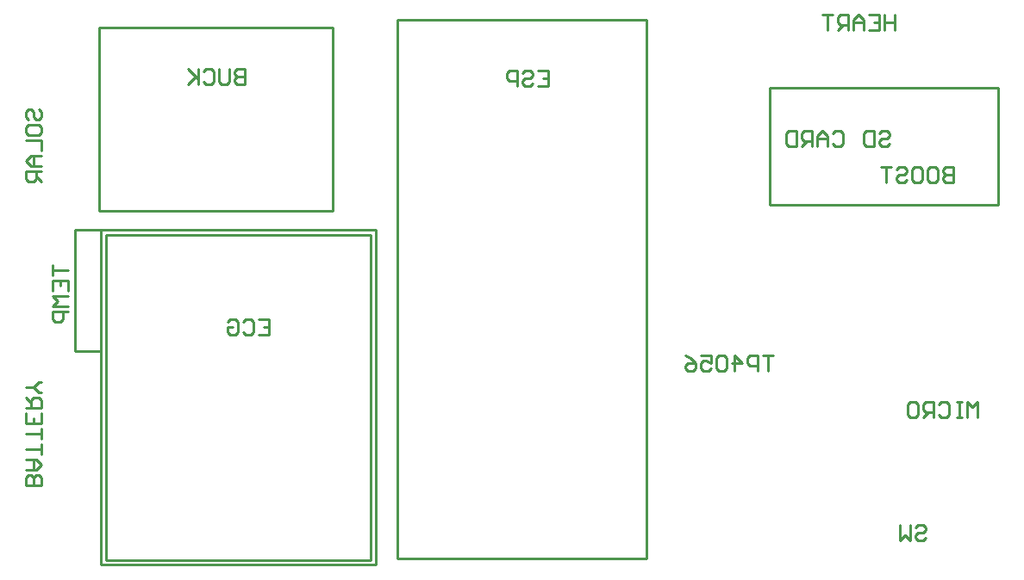
<source format=gbo>
G04*
G04 #@! TF.GenerationSoftware,Altium Limited,Altium Designer,21.0.8 (223)*
G04*
G04 Layer_Color=32896*
%FSLAX24Y24*%
%MOIN*%
G70*
G04*
G04 #@! TF.SameCoordinates,F666B87A-DE90-4157-A89C-B26E4A6581EA*
G04*
G04*
G04 #@! TF.FilePolarity,Positive*
G04*
G01*
G75*
%ADD10C,0.0100*%
D10*
X14805Y448D02*
X24450D01*
X14805D02*
Y21314D01*
X24450D01*
Y448D02*
Y21314D01*
X3272Y20996D02*
X12328D01*
X3272Y13910D02*
Y20996D01*
Y13910D02*
X12328D01*
Y20996D01*
X38057Y14161D02*
Y18688D01*
X29199D02*
X38057D01*
X29199Y14161D02*
Y18688D01*
Y14161D02*
X38057D01*
X3346Y197D02*
Y13189D01*
Y197D02*
X13976D01*
Y13189D01*
X3346D02*
X13976D01*
X3543Y394D02*
Y12992D01*
Y394D02*
X13780D01*
Y12992D01*
X3543D02*
X13780D01*
X2362Y8465D02*
Y13189D01*
X3346D01*
Y8465D02*
Y13189D01*
X2362Y8465D02*
X3346D01*
X20250Y19350D02*
X20650D01*
Y18750D01*
X20250D01*
X20650Y19050D02*
X20450D01*
X19650Y19250D02*
X19750Y19350D01*
X19950D01*
X20050Y19250D01*
Y19150D01*
X19950Y19050D01*
X19750D01*
X19650Y18950D01*
Y18850D01*
X19750Y18750D01*
X19950D01*
X20050Y18850D01*
X19450Y18750D02*
Y19350D01*
X19150D01*
X19050Y19250D01*
Y19050D01*
X19150Y18950D01*
X19450D01*
X29349Y8300D02*
X28950D01*
X29150D01*
Y7700D01*
X28750D02*
Y8300D01*
X28450D01*
X28350Y8200D01*
Y8000D01*
X28450Y7900D01*
X28750D01*
X27850Y7700D02*
Y8300D01*
X28150Y8000D01*
X27750D01*
X27550Y8200D02*
X27450Y8300D01*
X27250D01*
X27150Y8200D01*
Y7800D01*
X27250Y7700D01*
X27450D01*
X27550Y7800D01*
Y8200D01*
X26550Y8300D02*
X26950D01*
Y8000D01*
X26750Y8100D01*
X26650D01*
X26550Y8000D01*
Y7800D01*
X26650Y7700D01*
X26850D01*
X26950Y7800D01*
X25951Y8300D02*
X26150Y8200D01*
X26350Y8000D01*
Y7800D01*
X26250Y7700D01*
X26051D01*
X25951Y7800D01*
Y7900D01*
X26051Y8000D01*
X26350D01*
X8900Y19400D02*
Y18800D01*
X8600D01*
X8500Y18900D01*
Y19000D01*
X8600Y19100D01*
X8900D01*
X8600D01*
X8500Y19200D01*
Y19300D01*
X8600Y19400D01*
X8900D01*
X8300D02*
Y18900D01*
X8200Y18800D01*
X8000D01*
X7900Y18900D01*
Y19400D01*
X7300Y19300D02*
X7400Y19400D01*
X7600D01*
X7700Y19300D01*
Y18900D01*
X7600Y18800D01*
X7400D01*
X7300Y18900D01*
X7100Y19400D02*
Y18800D01*
Y19000D01*
X6700Y19400D01*
X7000Y19100D01*
X6700Y18800D01*
X36300Y15600D02*
Y15000D01*
X36000D01*
X35900Y15100D01*
Y15200D01*
X36000Y15300D01*
X36300D01*
X36000D01*
X35900Y15400D01*
Y15500D01*
X36000Y15600D01*
X36300D01*
X35400D02*
X35600D01*
X35700Y15500D01*
Y15100D01*
X35600Y15000D01*
X35400D01*
X35300Y15100D01*
Y15500D01*
X35400Y15600D01*
X34800D02*
X35000D01*
X35100Y15500D01*
Y15100D01*
X35000Y15000D01*
X34800D01*
X34700Y15100D01*
Y15500D01*
X34800Y15600D01*
X34100Y15500D02*
X34200Y15600D01*
X34400D01*
X34500Y15500D01*
Y15400D01*
X34400Y15300D01*
X34200D01*
X34100Y15200D01*
Y15100D01*
X34200Y15000D01*
X34400D01*
X34500Y15100D01*
X33900Y15600D02*
X33500D01*
X33700D01*
Y15000D01*
X34846Y1650D02*
X34946Y1750D01*
X35146D01*
X35246Y1650D01*
Y1550D01*
X35146Y1450D01*
X34946D01*
X34846Y1350D01*
Y1250D01*
X34946Y1150D01*
X35146D01*
X35246Y1250D01*
X34646Y1750D02*
Y1150D01*
X34446Y1350D01*
X34246Y1150D01*
Y1750D01*
X9450Y9700D02*
X9850D01*
Y9100D01*
X9450D01*
X9850Y9400D02*
X9650D01*
X8850Y9600D02*
X8950Y9700D01*
X9150D01*
X9250Y9600D01*
Y9200D01*
X9150Y9100D01*
X8950D01*
X8850Y9200D01*
X8250Y9600D02*
X8350Y9700D01*
X8550D01*
X8650Y9600D01*
Y9200D01*
X8550Y9100D01*
X8350D01*
X8250Y9200D01*
Y9400D01*
X8450D01*
X37250Y5900D02*
Y6500D01*
X37050Y6300D01*
X36850Y6500D01*
Y5900D01*
X36650Y6500D02*
X36450D01*
X36550D01*
Y5900D01*
X36650D01*
X36450D01*
X35750Y6400D02*
X35850Y6500D01*
X36050D01*
X36150Y6400D01*
Y6000D01*
X36050Y5900D01*
X35850D01*
X35750Y6000D01*
X35550Y5900D02*
Y6500D01*
X35250D01*
X35150Y6400D01*
Y6200D01*
X35250Y6100D01*
X35550D01*
X35350D02*
X35150Y5900D01*
X34650Y6500D02*
X34850D01*
X34950Y6400D01*
Y6000D01*
X34850Y5900D01*
X34650D01*
X34550Y6000D01*
Y6400D01*
X34650Y6500D01*
X34050Y21500D02*
Y20900D01*
Y21200D01*
X33650D01*
Y21500D01*
Y20900D01*
X33050Y21500D02*
X33450D01*
Y20900D01*
X33050D01*
X33450Y21200D02*
X33250D01*
X32850Y20900D02*
Y21300D01*
X32650Y21500D01*
X32450Y21300D01*
Y20900D01*
Y21200D01*
X32850D01*
X32250Y20900D02*
Y21500D01*
X31950D01*
X31850Y21400D01*
Y21200D01*
X31950Y21100D01*
X32250D01*
X32050D02*
X31850Y20900D01*
X31650Y21500D02*
X31250D01*
X31450D01*
Y20900D01*
X550Y17450D02*
X450Y17550D01*
Y17750D01*
X550Y17850D01*
X650D01*
X750Y17750D01*
Y17550D01*
X850Y17450D01*
X950D01*
X1050Y17550D01*
Y17750D01*
X950Y17850D01*
X450Y16950D02*
Y17150D01*
X550Y17250D01*
X950D01*
X1050Y17150D01*
Y16950D01*
X950Y16850D01*
X550D01*
X450Y16950D01*
Y16650D02*
X1050D01*
Y16250D01*
Y16050D02*
X650D01*
X450Y15850D01*
X650Y15650D01*
X1050D01*
X750D01*
Y16050D01*
X1050Y15450D02*
X450D01*
Y15150D01*
X550Y15050D01*
X750D01*
X850Y15150D01*
Y15450D01*
Y15250D02*
X1050Y15050D01*
X1041Y3272D02*
X441D01*
Y3572D01*
X541Y3672D01*
X641D01*
X741Y3572D01*
Y3272D01*
Y3572D01*
X841Y3672D01*
X941D01*
X1041Y3572D01*
Y3272D01*
X441Y3872D02*
X841D01*
X1041Y4072D01*
X841Y4272D01*
X441D01*
X741D01*
Y3872D01*
X1041Y4472D02*
Y4872D01*
Y4672D01*
X441D01*
X1041Y5072D02*
Y5472D01*
Y5272D01*
X441D01*
X1041Y6071D02*
Y5671D01*
X441D01*
Y6071D01*
X741Y5671D02*
Y5871D01*
X441Y6271D02*
X1041D01*
Y6571D01*
X941Y6671D01*
X741D01*
X641Y6571D01*
Y6271D01*
Y6471D02*
X441Y6671D01*
X1041Y6871D02*
X941D01*
X741Y7071D01*
X941Y7271D01*
X1041D01*
X741Y7071D02*
X441D01*
X33449Y16900D02*
X33549Y17000D01*
X33749D01*
X33849Y16900D01*
Y16800D01*
X33749Y16700D01*
X33549D01*
X33449Y16600D01*
Y16500D01*
X33549Y16400D01*
X33749D01*
X33849Y16500D01*
X33250Y17000D02*
Y16400D01*
X32950D01*
X32850Y16500D01*
Y16900D01*
X32950Y17000D01*
X33250D01*
X31650Y16900D02*
X31750Y17000D01*
X31950D01*
X32050Y16900D01*
Y16500D01*
X31950Y16400D01*
X31750D01*
X31650Y16500D01*
X31450Y16400D02*
Y16800D01*
X31250Y17000D01*
X31050Y16800D01*
Y16400D01*
Y16700D01*
X31450D01*
X30850Y16400D02*
Y17000D01*
X30550D01*
X30450Y16900D01*
Y16700D01*
X30550Y16600D01*
X30850D01*
X30650D02*
X30450Y16400D01*
X30251Y17000D02*
Y16400D01*
X29951D01*
X29851Y16500D01*
Y16900D01*
X29951Y17000D01*
X30251D01*
X1481Y11800D02*
Y11400D01*
Y11600D01*
X2081D01*
X1481Y10800D02*
Y11200D01*
X2081D01*
Y10800D01*
X1781Y11200D02*
Y11000D01*
X2081Y10600D02*
X1481D01*
X1681Y10400D01*
X1481Y10200D01*
X2081D01*
Y10000D02*
X1481D01*
Y9700D01*
X1581Y9600D01*
X1781D01*
X1881Y9700D01*
Y10000D01*
M02*

</source>
